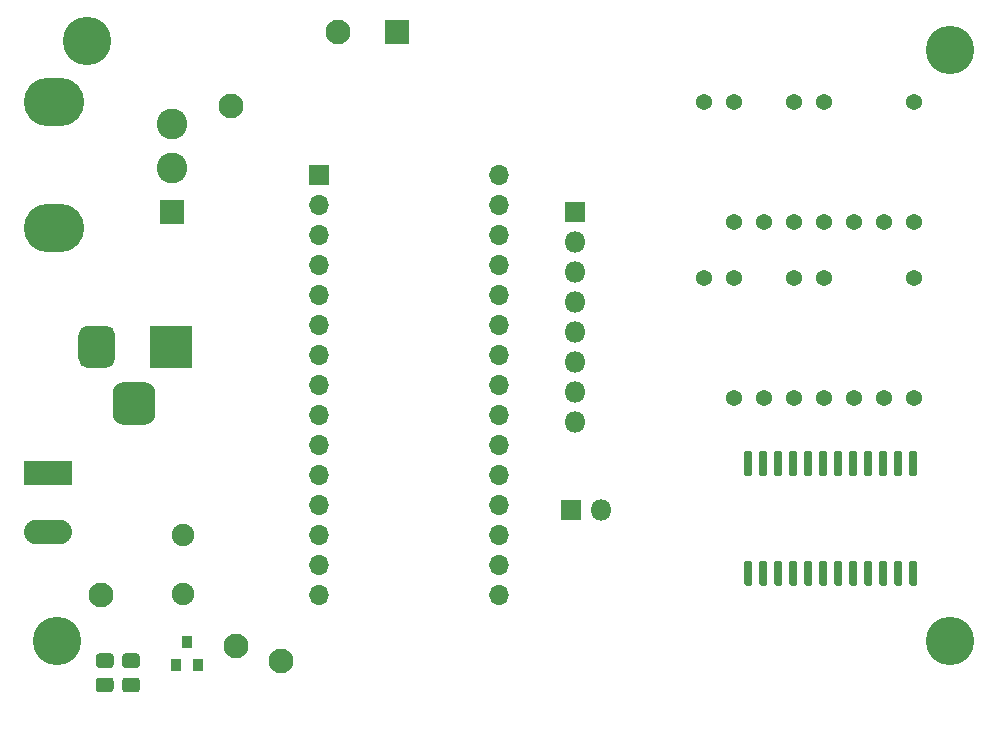
<source format=gbr>
%TF.GenerationSoftware,KiCad,Pcbnew,(5.1.6-0-10_14)*%
%TF.CreationDate,2021-01-04T17:29:47-08:00*%
%TF.ProjectId,temperatureController,74656d70-6572-4617-9475-7265436f6e74,rev?*%
%TF.SameCoordinates,Original*%
%TF.FileFunction,Soldermask,Top*%
%TF.FilePolarity,Negative*%
%FSLAX46Y46*%
G04 Gerber Fmt 4.6, Leading zero omitted, Abs format (unit mm)*
G04 Created by KiCad (PCBNEW (5.1.6-0-10_14)) date 2021-01-04 17:29:47*
%MOMM*%
%LPD*%
G01*
G04 APERTURE LIST*
%ADD10O,1.900000X1.900000*%
%ADD11C,2.100000*%
%ADD12O,1.700000X1.700000*%
%ADD13R,1.700000X1.700000*%
%ADD14C,4.100000*%
%ADD15O,5.100000X4.100000*%
%ADD16C,2.600000*%
%ADD17R,2.100000X2.100000*%
%ADD18R,0.900000X1.000000*%
%ADD19C,1.370000*%
%ADD20O,1.800000X1.800000*%
%ADD21R,1.800000X1.800000*%
%ADD22O,4.060000X2.080000*%
%ADD23R,4.060000X2.080000*%
%ADD24R,3.600000X3.600000*%
G04 APERTURE END LIST*
D10*
%TO.C,R2*%
X135128000Y-109013000D03*
X135128000Y-104013000D03*
%TD*%
D11*
%TO.C,TP4*%
X143383000Y-114744500D03*
%TD*%
%TO.C,TP3*%
X139192000Y-67691000D03*
%TD*%
%TO.C,TP2*%
X128143000Y-109093000D03*
%TD*%
%TO.C,TP1*%
X139573000Y-113411000D03*
%TD*%
D12*
%TO.C,A1*%
X161861500Y-109093000D03*
X146621500Y-109093000D03*
X161861500Y-73533000D03*
X146621500Y-106553000D03*
X161861500Y-76073000D03*
X146621500Y-104013000D03*
X161861500Y-78613000D03*
X146621500Y-101473000D03*
X161861500Y-81153000D03*
X146621500Y-98933000D03*
X161861500Y-83693000D03*
X146621500Y-96393000D03*
X161861500Y-86233000D03*
X146621500Y-93853000D03*
X161861500Y-88773000D03*
X146621500Y-91313000D03*
X161861500Y-91313000D03*
X146621500Y-88773000D03*
X161861500Y-93853000D03*
X146621500Y-86233000D03*
X161861500Y-96393000D03*
X146621500Y-83693000D03*
X161861500Y-98933000D03*
X146621500Y-81153000D03*
X161861500Y-101473000D03*
X146621500Y-78613000D03*
X161861500Y-104013000D03*
X146621500Y-76073000D03*
X161861500Y-106553000D03*
D13*
X146621500Y-73533000D03*
%TD*%
D14*
%TO.C,H4*%
X200000000Y-113000000D03*
%TD*%
%TO.C,H3*%
X127000000Y-62230000D03*
%TD*%
%TO.C,H2*%
X200000000Y-63000000D03*
%TD*%
%TO.C,H1*%
X124460000Y-113030000D03*
%TD*%
%TO.C,U1*%
G36*
G01*
X183118500Y-99055500D02*
X182768500Y-99055500D01*
G75*
G02*
X182593500Y-98880500I0J175000D01*
G01*
X182593500Y-97080500D01*
G75*
G02*
X182768500Y-96905500I175000J0D01*
G01*
X183118500Y-96905500D01*
G75*
G02*
X183293500Y-97080500I0J-175000D01*
G01*
X183293500Y-98880500D01*
G75*
G02*
X183118500Y-99055500I-175000J0D01*
G01*
G37*
G36*
G01*
X184388500Y-99055500D02*
X184038500Y-99055500D01*
G75*
G02*
X183863500Y-98880500I0J175000D01*
G01*
X183863500Y-97080500D01*
G75*
G02*
X184038500Y-96905500I175000J0D01*
G01*
X184388500Y-96905500D01*
G75*
G02*
X184563500Y-97080500I0J-175000D01*
G01*
X184563500Y-98880500D01*
G75*
G02*
X184388500Y-99055500I-175000J0D01*
G01*
G37*
G36*
G01*
X185658500Y-99055500D02*
X185308500Y-99055500D01*
G75*
G02*
X185133500Y-98880500I0J175000D01*
G01*
X185133500Y-97080500D01*
G75*
G02*
X185308500Y-96905500I175000J0D01*
G01*
X185658500Y-96905500D01*
G75*
G02*
X185833500Y-97080500I0J-175000D01*
G01*
X185833500Y-98880500D01*
G75*
G02*
X185658500Y-99055500I-175000J0D01*
G01*
G37*
G36*
G01*
X186928500Y-99055500D02*
X186578500Y-99055500D01*
G75*
G02*
X186403500Y-98880500I0J175000D01*
G01*
X186403500Y-97080500D01*
G75*
G02*
X186578500Y-96905500I175000J0D01*
G01*
X186928500Y-96905500D01*
G75*
G02*
X187103500Y-97080500I0J-175000D01*
G01*
X187103500Y-98880500D01*
G75*
G02*
X186928500Y-99055500I-175000J0D01*
G01*
G37*
G36*
G01*
X188198500Y-99055500D02*
X187848500Y-99055500D01*
G75*
G02*
X187673500Y-98880500I0J175000D01*
G01*
X187673500Y-97080500D01*
G75*
G02*
X187848500Y-96905500I175000J0D01*
G01*
X188198500Y-96905500D01*
G75*
G02*
X188373500Y-97080500I0J-175000D01*
G01*
X188373500Y-98880500D01*
G75*
G02*
X188198500Y-99055500I-175000J0D01*
G01*
G37*
G36*
G01*
X189468500Y-99055500D02*
X189118500Y-99055500D01*
G75*
G02*
X188943500Y-98880500I0J175000D01*
G01*
X188943500Y-97080500D01*
G75*
G02*
X189118500Y-96905500I175000J0D01*
G01*
X189468500Y-96905500D01*
G75*
G02*
X189643500Y-97080500I0J-175000D01*
G01*
X189643500Y-98880500D01*
G75*
G02*
X189468500Y-99055500I-175000J0D01*
G01*
G37*
G36*
G01*
X190738500Y-99055500D02*
X190388500Y-99055500D01*
G75*
G02*
X190213500Y-98880500I0J175000D01*
G01*
X190213500Y-97080500D01*
G75*
G02*
X190388500Y-96905500I175000J0D01*
G01*
X190738500Y-96905500D01*
G75*
G02*
X190913500Y-97080500I0J-175000D01*
G01*
X190913500Y-98880500D01*
G75*
G02*
X190738500Y-99055500I-175000J0D01*
G01*
G37*
G36*
G01*
X192008500Y-99055500D02*
X191658500Y-99055500D01*
G75*
G02*
X191483500Y-98880500I0J175000D01*
G01*
X191483500Y-97080500D01*
G75*
G02*
X191658500Y-96905500I175000J0D01*
G01*
X192008500Y-96905500D01*
G75*
G02*
X192183500Y-97080500I0J-175000D01*
G01*
X192183500Y-98880500D01*
G75*
G02*
X192008500Y-99055500I-175000J0D01*
G01*
G37*
G36*
G01*
X193278500Y-99055500D02*
X192928500Y-99055500D01*
G75*
G02*
X192753500Y-98880500I0J175000D01*
G01*
X192753500Y-97080500D01*
G75*
G02*
X192928500Y-96905500I175000J0D01*
G01*
X193278500Y-96905500D01*
G75*
G02*
X193453500Y-97080500I0J-175000D01*
G01*
X193453500Y-98880500D01*
G75*
G02*
X193278500Y-99055500I-175000J0D01*
G01*
G37*
G36*
G01*
X194548500Y-99055500D02*
X194198500Y-99055500D01*
G75*
G02*
X194023500Y-98880500I0J175000D01*
G01*
X194023500Y-97080500D01*
G75*
G02*
X194198500Y-96905500I175000J0D01*
G01*
X194548500Y-96905500D01*
G75*
G02*
X194723500Y-97080500I0J-175000D01*
G01*
X194723500Y-98880500D01*
G75*
G02*
X194548500Y-99055500I-175000J0D01*
G01*
G37*
G36*
G01*
X195818500Y-99055500D02*
X195468500Y-99055500D01*
G75*
G02*
X195293500Y-98880500I0J175000D01*
G01*
X195293500Y-97080500D01*
G75*
G02*
X195468500Y-96905500I175000J0D01*
G01*
X195818500Y-96905500D01*
G75*
G02*
X195993500Y-97080500I0J-175000D01*
G01*
X195993500Y-98880500D01*
G75*
G02*
X195818500Y-99055500I-175000J0D01*
G01*
G37*
G36*
G01*
X197088500Y-99055500D02*
X196738500Y-99055500D01*
G75*
G02*
X196563500Y-98880500I0J175000D01*
G01*
X196563500Y-97080500D01*
G75*
G02*
X196738500Y-96905500I175000J0D01*
G01*
X197088500Y-96905500D01*
G75*
G02*
X197263500Y-97080500I0J-175000D01*
G01*
X197263500Y-98880500D01*
G75*
G02*
X197088500Y-99055500I-175000J0D01*
G01*
G37*
G36*
G01*
X197088500Y-108355500D02*
X196738500Y-108355500D01*
G75*
G02*
X196563500Y-108180500I0J175000D01*
G01*
X196563500Y-106380500D01*
G75*
G02*
X196738500Y-106205500I175000J0D01*
G01*
X197088500Y-106205500D01*
G75*
G02*
X197263500Y-106380500I0J-175000D01*
G01*
X197263500Y-108180500D01*
G75*
G02*
X197088500Y-108355500I-175000J0D01*
G01*
G37*
G36*
G01*
X195818500Y-108355500D02*
X195468500Y-108355500D01*
G75*
G02*
X195293500Y-108180500I0J175000D01*
G01*
X195293500Y-106380500D01*
G75*
G02*
X195468500Y-106205500I175000J0D01*
G01*
X195818500Y-106205500D01*
G75*
G02*
X195993500Y-106380500I0J-175000D01*
G01*
X195993500Y-108180500D01*
G75*
G02*
X195818500Y-108355500I-175000J0D01*
G01*
G37*
G36*
G01*
X194548500Y-108355500D02*
X194198500Y-108355500D01*
G75*
G02*
X194023500Y-108180500I0J175000D01*
G01*
X194023500Y-106380500D01*
G75*
G02*
X194198500Y-106205500I175000J0D01*
G01*
X194548500Y-106205500D01*
G75*
G02*
X194723500Y-106380500I0J-175000D01*
G01*
X194723500Y-108180500D01*
G75*
G02*
X194548500Y-108355500I-175000J0D01*
G01*
G37*
G36*
G01*
X193278500Y-108355500D02*
X192928500Y-108355500D01*
G75*
G02*
X192753500Y-108180500I0J175000D01*
G01*
X192753500Y-106380500D01*
G75*
G02*
X192928500Y-106205500I175000J0D01*
G01*
X193278500Y-106205500D01*
G75*
G02*
X193453500Y-106380500I0J-175000D01*
G01*
X193453500Y-108180500D01*
G75*
G02*
X193278500Y-108355500I-175000J0D01*
G01*
G37*
G36*
G01*
X192008500Y-108355500D02*
X191658500Y-108355500D01*
G75*
G02*
X191483500Y-108180500I0J175000D01*
G01*
X191483500Y-106380500D01*
G75*
G02*
X191658500Y-106205500I175000J0D01*
G01*
X192008500Y-106205500D01*
G75*
G02*
X192183500Y-106380500I0J-175000D01*
G01*
X192183500Y-108180500D01*
G75*
G02*
X192008500Y-108355500I-175000J0D01*
G01*
G37*
G36*
G01*
X190738500Y-108355500D02*
X190388500Y-108355500D01*
G75*
G02*
X190213500Y-108180500I0J175000D01*
G01*
X190213500Y-106380500D01*
G75*
G02*
X190388500Y-106205500I175000J0D01*
G01*
X190738500Y-106205500D01*
G75*
G02*
X190913500Y-106380500I0J-175000D01*
G01*
X190913500Y-108180500D01*
G75*
G02*
X190738500Y-108355500I-175000J0D01*
G01*
G37*
G36*
G01*
X189468500Y-108355500D02*
X189118500Y-108355500D01*
G75*
G02*
X188943500Y-108180500I0J175000D01*
G01*
X188943500Y-106380500D01*
G75*
G02*
X189118500Y-106205500I175000J0D01*
G01*
X189468500Y-106205500D01*
G75*
G02*
X189643500Y-106380500I0J-175000D01*
G01*
X189643500Y-108180500D01*
G75*
G02*
X189468500Y-108355500I-175000J0D01*
G01*
G37*
G36*
G01*
X188198500Y-108355500D02*
X187848500Y-108355500D01*
G75*
G02*
X187673500Y-108180500I0J175000D01*
G01*
X187673500Y-106380500D01*
G75*
G02*
X187848500Y-106205500I175000J0D01*
G01*
X188198500Y-106205500D01*
G75*
G02*
X188373500Y-106380500I0J-175000D01*
G01*
X188373500Y-108180500D01*
G75*
G02*
X188198500Y-108355500I-175000J0D01*
G01*
G37*
G36*
G01*
X186928500Y-108355500D02*
X186578500Y-108355500D01*
G75*
G02*
X186403500Y-108180500I0J175000D01*
G01*
X186403500Y-106380500D01*
G75*
G02*
X186578500Y-106205500I175000J0D01*
G01*
X186928500Y-106205500D01*
G75*
G02*
X187103500Y-106380500I0J-175000D01*
G01*
X187103500Y-108180500D01*
G75*
G02*
X186928500Y-108355500I-175000J0D01*
G01*
G37*
G36*
G01*
X185658500Y-108355500D02*
X185308500Y-108355500D01*
G75*
G02*
X185133500Y-108180500I0J175000D01*
G01*
X185133500Y-106380500D01*
G75*
G02*
X185308500Y-106205500I175000J0D01*
G01*
X185658500Y-106205500D01*
G75*
G02*
X185833500Y-106380500I0J-175000D01*
G01*
X185833500Y-108180500D01*
G75*
G02*
X185658500Y-108355500I-175000J0D01*
G01*
G37*
G36*
G01*
X184388500Y-108355500D02*
X184038500Y-108355500D01*
G75*
G02*
X183863500Y-108180500I0J175000D01*
G01*
X183863500Y-106380500D01*
G75*
G02*
X184038500Y-106205500I175000J0D01*
G01*
X184388500Y-106205500D01*
G75*
G02*
X184563500Y-106380500I0J-175000D01*
G01*
X184563500Y-108180500D01*
G75*
G02*
X184388500Y-108355500I-175000J0D01*
G01*
G37*
G36*
G01*
X183118500Y-108355500D02*
X182768500Y-108355500D01*
G75*
G02*
X182593500Y-108180500I0J175000D01*
G01*
X182593500Y-106380500D01*
G75*
G02*
X182768500Y-106205500I175000J0D01*
G01*
X183118500Y-106205500D01*
G75*
G02*
X183293500Y-106380500I0J-175000D01*
G01*
X183293500Y-108180500D01*
G75*
G02*
X183118500Y-108355500I-175000J0D01*
G01*
G37*
%TD*%
D15*
%TO.C,RV1*%
X124175500Y-78008000D03*
X124175500Y-67408000D03*
D16*
X134175500Y-69208000D03*
X134175500Y-72958000D03*
D17*
X134175500Y-76708000D03*
%TD*%
%TO.C,R3*%
G36*
G01*
X131161262Y-115306000D02*
X130204738Y-115306000D01*
G75*
G02*
X129933000Y-115034262I0J271738D01*
G01*
X129933000Y-114327738D01*
G75*
G02*
X130204738Y-114056000I271738J0D01*
G01*
X131161262Y-114056000D01*
G75*
G02*
X131433000Y-114327738I0J-271738D01*
G01*
X131433000Y-115034262D01*
G75*
G02*
X131161262Y-115306000I-271738J0D01*
G01*
G37*
G36*
G01*
X131161262Y-117356000D02*
X130204738Y-117356000D01*
G75*
G02*
X129933000Y-117084262I0J271738D01*
G01*
X129933000Y-116377738D01*
G75*
G02*
X130204738Y-116106000I271738J0D01*
G01*
X131161262Y-116106000D01*
G75*
G02*
X131433000Y-116377738I0J-271738D01*
G01*
X131433000Y-117084262D01*
G75*
G02*
X131161262Y-117356000I-271738J0D01*
G01*
G37*
%TD*%
D18*
%TO.C,Q1*%
X135448000Y-113062000D03*
X136398000Y-115062000D03*
X134498000Y-115062000D03*
%TD*%
D19*
%TO.C,LED2*%
X179197000Y-82296000D03*
X181737000Y-82296000D03*
X186817000Y-82296000D03*
X189357000Y-82296000D03*
X196977000Y-82296000D03*
X196977000Y-92456000D03*
X194437000Y-92456000D03*
X191897000Y-92456000D03*
X189357000Y-92456000D03*
X186817000Y-92456000D03*
X184277000Y-92456000D03*
X181737000Y-92456000D03*
%TD*%
%TO.C,LED1*%
X179197000Y-67373500D03*
X181737000Y-67373500D03*
X186817000Y-67373500D03*
X189357000Y-67373500D03*
X196977000Y-67373500D03*
X196977000Y-77533500D03*
X194437000Y-77533500D03*
X191897000Y-77533500D03*
X189357000Y-77533500D03*
X186817000Y-77533500D03*
X184277000Y-77533500D03*
X181737000Y-77533500D03*
%TD*%
D20*
%TO.C,J4*%
X168275000Y-94488000D03*
X168275000Y-91948000D03*
X168275000Y-89408000D03*
X168275000Y-86868000D03*
X168275000Y-84328000D03*
X168275000Y-81788000D03*
X168275000Y-79248000D03*
D21*
X168275000Y-76708000D03*
%TD*%
D20*
%TO.C,J3*%
X170497500Y-101917500D03*
D21*
X167957500Y-101917500D03*
%TD*%
D22*
%TO.C,J2*%
X123634500Y-103806000D03*
D23*
X123634500Y-98806000D03*
%TD*%
%TO.C,J1*%
G36*
G01*
X129137000Y-93800500D02*
X129137000Y-92000500D01*
G75*
G02*
X130037000Y-91100500I900000J0D01*
G01*
X131837000Y-91100500D01*
G75*
G02*
X132737000Y-92000500I0J-900000D01*
G01*
X132737000Y-93800500D01*
G75*
G02*
X131837000Y-94700500I-900000J0D01*
G01*
X130037000Y-94700500D01*
G75*
G02*
X129137000Y-93800500I0J900000D01*
G01*
G37*
G36*
G01*
X126237000Y-89125500D02*
X126237000Y-87075500D01*
G75*
G02*
X127012000Y-86300500I775000J0D01*
G01*
X128562000Y-86300500D01*
G75*
G02*
X129337000Y-87075500I0J-775000D01*
G01*
X129337000Y-89125500D01*
G75*
G02*
X128562000Y-89900500I-775000J0D01*
G01*
X127012000Y-89900500D01*
G75*
G02*
X126237000Y-89125500I0J775000D01*
G01*
G37*
D24*
X134037000Y-88100500D03*
%TD*%
%TO.C,C2*%
G36*
G01*
X127982238Y-116106000D02*
X128938762Y-116106000D01*
G75*
G02*
X129210500Y-116377738I0J-271738D01*
G01*
X129210500Y-117084262D01*
G75*
G02*
X128938762Y-117356000I-271738J0D01*
G01*
X127982238Y-117356000D01*
G75*
G02*
X127710500Y-117084262I0J271738D01*
G01*
X127710500Y-116377738D01*
G75*
G02*
X127982238Y-116106000I271738J0D01*
G01*
G37*
G36*
G01*
X127982238Y-114056000D02*
X128938762Y-114056000D01*
G75*
G02*
X129210500Y-114327738I0J-271738D01*
G01*
X129210500Y-115034262D01*
G75*
G02*
X128938762Y-115306000I-271738J0D01*
G01*
X127982238Y-115306000D01*
G75*
G02*
X127710500Y-115034262I0J271738D01*
G01*
X127710500Y-114327738D01*
G75*
G02*
X127982238Y-114056000I271738J0D01*
G01*
G37*
%TD*%
D11*
%TO.C,C1*%
X148225500Y-61468000D03*
D17*
X153225500Y-61468000D03*
%TD*%
M02*

</source>
